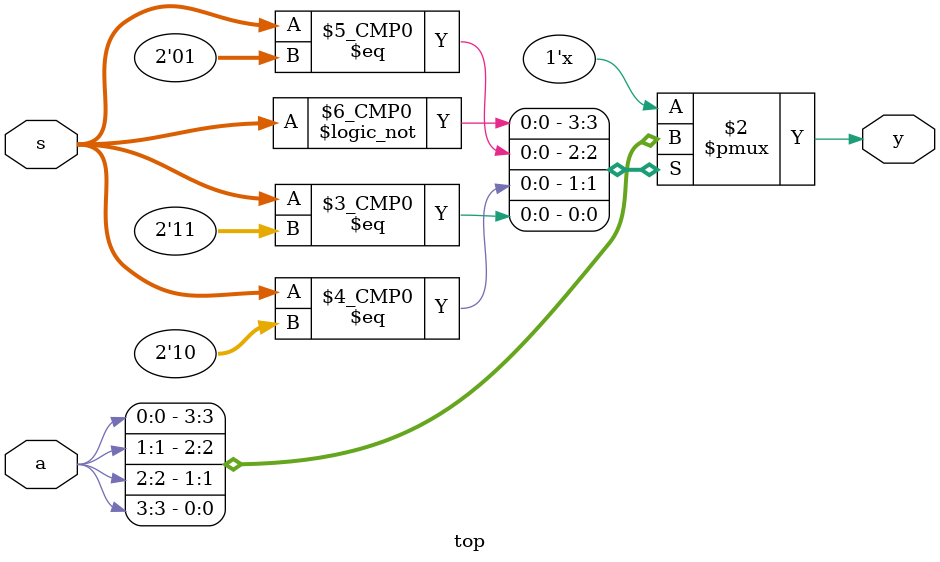
<source format=v>
module top(a,s,y);
  input  [3:0] a;  // 声明一个wire型输入变量a，其变量宽度是4位的。
  input  [1:0] s;  // 声明一个wire型输入变量s，其变量宽度是2位的。
  output reg y;   // 声明一个1位reg型的输出变量y。

  always @ (s or a)
    case (s)
      0: y = a[0];
      1: y = a[1];
      2: y = a[2];
      3: y = a[3];
      default: y = 1'b0;
    endcase

endmodule

</source>
